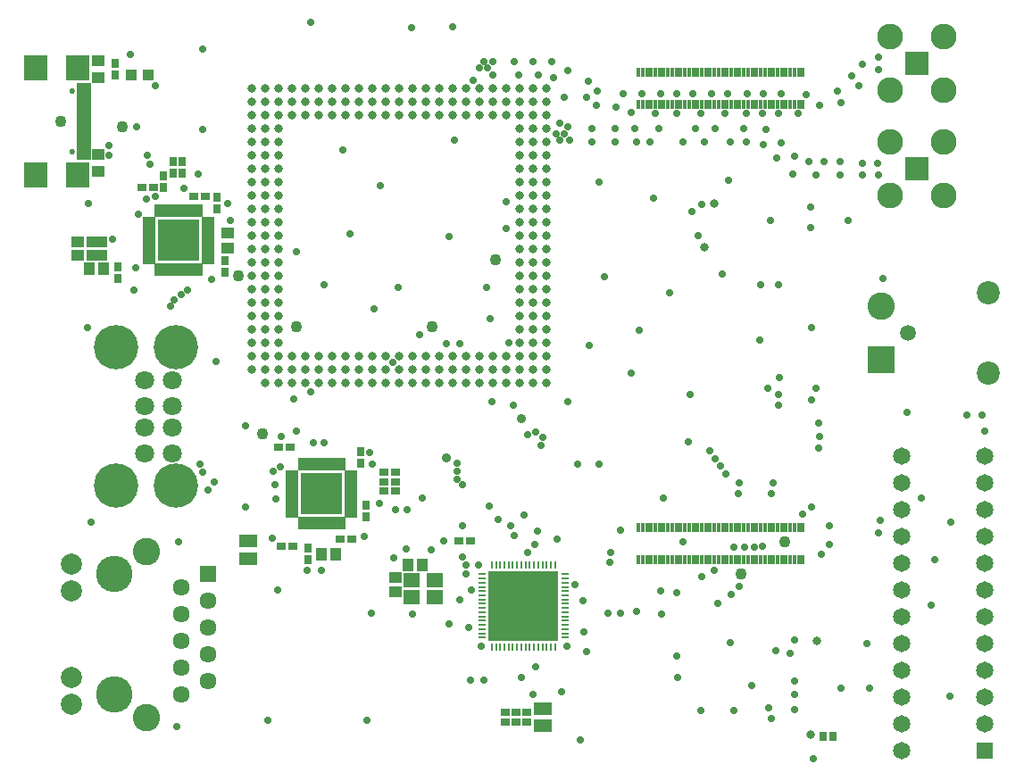
<source format=gbr>
%TF.GenerationSoftware,Altium Limited,Altium Designer,23.8.1 (32)*%
G04 Layer_Color=8388736*
%FSLAX45Y45*%
%MOMM*%
%TF.SameCoordinates,47205040-CD91-4698-B5C6-F5A5CD4DDF21*%
%TF.FilePolarity,Negative*%
%TF.FileFunction,Soldermask,Top*%
%TF.Part,Single*%
G01*
G75*
%TA.AperFunction,SMDPad,CuDef*%
%ADD30R,6.60400X6.60400*%
%ADD31R,0.76200X0.20320*%
%ADD32R,0.20320X0.76200*%
%ADD98R,0.40640X0.91440*%
%TA.AperFunction,BGAPad,CuDef*%
%ADD99C,0.80320*%
%TA.AperFunction,SMDPad,CuDef*%
%ADD100R,0.76320X0.82320*%
%ADD101R,0.82320X0.76320*%
%ADD102R,1.67320X1.19320*%
%ADD103R,0.95320X0.80320*%
%TA.AperFunction,ConnectorPad*%
%ADD104R,1.35320X0.50320*%
%ADD105R,2.20320X2.38320*%
%TA.AperFunction,SMDPad,CuDef*%
%ADD106R,1.15320X1.05320*%
%ADD107R,0.80320X0.95320*%
%ADD108R,1.00320X1.00320*%
%ADD109R,4.00320X4.00320*%
%ADD110R,1.30320X0.50320*%
%ADD111R,0.50320X1.30320*%
%ADD112R,1.22320X1.07320*%
%ADD113R,1.00320X1.14320*%
%ADD114R,0.98320X1.08320*%
%ADD115R,1.14320X1.00320*%
%ADD116R,4.00320X4.00320*%
%ADD117R,1.07320X1.22320*%
%ADD118R,1.60320X1.35320*%
%TA.AperFunction,ComponentPad*%
%ADD119C,2.45320*%
%ADD120R,2.30320X2.30320*%
%ADD121R,1.64920X1.64920*%
%ADD122C,1.64920*%
%ADD123C,2.19820*%
%ADD124C,1.49820*%
%ADD125C,2.60320*%
%ADD126R,2.60320X2.60320*%
%ADD127C,4.20320*%
%ADD128C,1.80320*%
%ADD129C,0.52820*%
%ADD130R,1.61120X1.61120*%
%ADD131C,3.45320*%
%ADD132C,1.61120*%
%ADD133C,2.00320*%
%TA.AperFunction,ViaPad*%
%ADD134C,0.70320*%
%ADD135C,1.10320*%
%ADD136C,0.80320*%
%ADD137C,0.90320*%
D30*
X7310400Y4204970D02*
D03*
D31*
X6917970Y3904970D02*
D03*
Y3944970D02*
D03*
Y3984970D02*
D03*
Y4024970D02*
D03*
Y4064970D02*
D03*
Y4104970D02*
D03*
Y4144970D02*
D03*
Y4184970D02*
D03*
Y4224970D02*
D03*
Y4264970D02*
D03*
Y4304970D02*
D03*
Y4344970D02*
D03*
Y4384970D02*
D03*
Y4424970D02*
D03*
Y4464970D02*
D03*
Y4504970D02*
D03*
X7702830D02*
D03*
Y4464970D02*
D03*
Y4424970D02*
D03*
Y4384970D02*
D03*
Y4344970D02*
D03*
Y4304970D02*
D03*
Y4264970D02*
D03*
Y4224970D02*
D03*
Y4184970D02*
D03*
Y4144970D02*
D03*
Y4104970D02*
D03*
Y4064970D02*
D03*
Y4024970D02*
D03*
Y3984970D02*
D03*
Y3944970D02*
D03*
Y3904970D02*
D03*
D32*
X7010400Y4597400D02*
D03*
X7050400D02*
D03*
X7090400D02*
D03*
X7130400D02*
D03*
X7170400D02*
D03*
X7210400D02*
D03*
X7250400D02*
D03*
X7290400D02*
D03*
X7330400D02*
D03*
X7370400D02*
D03*
X7410400D02*
D03*
X7450400D02*
D03*
X7490400D02*
D03*
X7530400D02*
D03*
X7570400D02*
D03*
X7610400D02*
D03*
Y3812540D02*
D03*
X7570400D02*
D03*
X7530400D02*
D03*
X7490400D02*
D03*
X7450400D02*
D03*
X7410400D02*
D03*
X7370400D02*
D03*
X7330400D02*
D03*
X7290400D02*
D03*
X7250400D02*
D03*
X7210400D02*
D03*
X7170400D02*
D03*
X7130400D02*
D03*
X7090400D02*
D03*
X7050400D02*
D03*
X7010400D02*
D03*
D98*
X9961100Y8960400D02*
D03*
Y9268400D02*
D03*
X9921100Y8960400D02*
D03*
Y9268400D02*
D03*
X9881100Y8960400D02*
D03*
Y9268400D02*
D03*
X9841100Y8960400D02*
D03*
Y9268400D02*
D03*
X9801100Y8960400D02*
D03*
Y9268400D02*
D03*
X9761100Y8960400D02*
D03*
Y9268400D02*
D03*
X9721100Y8960400D02*
D03*
Y9268400D02*
D03*
X9681100Y8960400D02*
D03*
Y9268400D02*
D03*
X9641100Y8960400D02*
D03*
Y9268400D02*
D03*
X9601100Y8960400D02*
D03*
Y9268400D02*
D03*
X9561100Y8960400D02*
D03*
Y9268400D02*
D03*
X9521100Y8960400D02*
D03*
Y9268400D02*
D03*
X9481100Y8960400D02*
D03*
Y9268400D02*
D03*
X9441100Y8960400D02*
D03*
Y9268400D02*
D03*
X9401100Y8960400D02*
D03*
Y9268400D02*
D03*
X9361100Y8960400D02*
D03*
Y9268400D02*
D03*
X9321100Y8960400D02*
D03*
Y9268400D02*
D03*
X9281100Y8960400D02*
D03*
Y9268400D02*
D03*
X9241100Y8960400D02*
D03*
Y9268400D02*
D03*
X9201100Y8960400D02*
D03*
Y9268400D02*
D03*
X9161100Y8960400D02*
D03*
Y9268400D02*
D03*
X9121100Y8960400D02*
D03*
Y9268400D02*
D03*
X9081100Y8960400D02*
D03*
Y9268400D02*
D03*
X9041100Y8960400D02*
D03*
Y9268400D02*
D03*
X9001100Y8960400D02*
D03*
Y9268400D02*
D03*
X8961100Y8960400D02*
D03*
Y9268400D02*
D03*
X8921100Y8960400D02*
D03*
Y9268400D02*
D03*
X8881100Y8960400D02*
D03*
Y9268400D02*
D03*
X8841100Y8960400D02*
D03*
Y9268400D02*
D03*
X8801100Y8960400D02*
D03*
Y9268400D02*
D03*
X8761100Y8960400D02*
D03*
Y9268400D02*
D03*
X8721100Y8960400D02*
D03*
Y9268400D02*
D03*
X8681100Y8960400D02*
D03*
Y9268400D02*
D03*
X8641100Y8960400D02*
D03*
Y9268400D02*
D03*
X8601100Y8960400D02*
D03*
Y9268400D02*
D03*
X8561100Y8960400D02*
D03*
Y9268400D02*
D03*
X8521100Y8960400D02*
D03*
Y9268400D02*
D03*
X8481100Y8960400D02*
D03*
Y9268400D02*
D03*
X8441100Y8960400D02*
D03*
Y9268400D02*
D03*
X8401100Y8960400D02*
D03*
Y9268400D02*
D03*
X9961100Y4642400D02*
D03*
Y4950400D02*
D03*
X9921100Y4642400D02*
D03*
Y4950400D02*
D03*
X9881100Y4642400D02*
D03*
Y4950400D02*
D03*
X9841100Y4642400D02*
D03*
Y4950400D02*
D03*
X9801100Y4642400D02*
D03*
Y4950400D02*
D03*
X9761100Y4642400D02*
D03*
Y4950400D02*
D03*
X9721100Y4642400D02*
D03*
Y4950400D02*
D03*
X9681100Y4642400D02*
D03*
Y4950400D02*
D03*
X9641100Y4642400D02*
D03*
Y4950400D02*
D03*
X9601100Y4642400D02*
D03*
Y4950400D02*
D03*
X9561100Y4642400D02*
D03*
Y4950400D02*
D03*
X9521100Y4642400D02*
D03*
Y4950400D02*
D03*
X9481100Y4642400D02*
D03*
Y4950400D02*
D03*
X9441100Y4642400D02*
D03*
Y4950400D02*
D03*
X9401100Y4642400D02*
D03*
Y4950400D02*
D03*
X9361100Y4642400D02*
D03*
Y4950400D02*
D03*
X9321100Y4642400D02*
D03*
Y4950400D02*
D03*
X9281100Y4642400D02*
D03*
Y4950400D02*
D03*
X9241100Y4642400D02*
D03*
Y4950400D02*
D03*
X9201100Y4642400D02*
D03*
Y4950400D02*
D03*
X9161100Y4642400D02*
D03*
Y4950400D02*
D03*
X9121100Y4642400D02*
D03*
Y4950400D02*
D03*
X9081100Y4642400D02*
D03*
Y4950400D02*
D03*
X9041100Y4642400D02*
D03*
Y4950400D02*
D03*
X9001100Y4642400D02*
D03*
Y4950400D02*
D03*
X8961100Y4642400D02*
D03*
Y4950400D02*
D03*
X8921100Y4642400D02*
D03*
Y4950400D02*
D03*
X8881100Y4642400D02*
D03*
Y4950400D02*
D03*
X8841100Y4642400D02*
D03*
Y4950400D02*
D03*
X8801100Y4642400D02*
D03*
Y4950400D02*
D03*
X8761100Y4642400D02*
D03*
Y4950400D02*
D03*
X8721100Y4642400D02*
D03*
Y4950400D02*
D03*
X8681100Y4642400D02*
D03*
Y4950400D02*
D03*
X8641100Y4642400D02*
D03*
Y4950400D02*
D03*
X8601100Y4642400D02*
D03*
Y4950400D02*
D03*
X8561100Y4642400D02*
D03*
Y4950400D02*
D03*
X8521100Y4642400D02*
D03*
Y4950400D02*
D03*
X8481100Y4642400D02*
D03*
Y4950400D02*
D03*
X8441100Y4642400D02*
D03*
Y4950400D02*
D03*
X8401100Y4642400D02*
D03*
Y4950400D02*
D03*
D99*
X7531100Y9118600D02*
D03*
Y8991600D02*
D03*
Y8864600D02*
D03*
Y8737600D02*
D03*
Y8610600D02*
D03*
Y8483600D02*
D03*
Y8356600D02*
D03*
Y8229600D02*
D03*
Y8102600D02*
D03*
Y7975600D02*
D03*
Y7848600D02*
D03*
Y7721600D02*
D03*
Y7594600D02*
D03*
Y7467600D02*
D03*
Y7340600D02*
D03*
Y7213600D02*
D03*
Y7086600D02*
D03*
Y6959600D02*
D03*
Y6832600D02*
D03*
Y6705600D02*
D03*
Y6578600D02*
D03*
Y6451600D02*
D03*
Y6324600D02*
D03*
X7404100Y9118600D02*
D03*
Y8991600D02*
D03*
Y8864600D02*
D03*
Y8737600D02*
D03*
Y8610600D02*
D03*
Y8483600D02*
D03*
Y8356600D02*
D03*
Y8229600D02*
D03*
Y8102600D02*
D03*
Y7975600D02*
D03*
Y7848600D02*
D03*
Y7721600D02*
D03*
Y7594600D02*
D03*
Y7467600D02*
D03*
Y7340600D02*
D03*
Y7213600D02*
D03*
Y7086600D02*
D03*
Y6959600D02*
D03*
Y6832600D02*
D03*
Y6705600D02*
D03*
Y6578600D02*
D03*
Y6451600D02*
D03*
Y6324600D02*
D03*
X7277100Y9118600D02*
D03*
Y8991600D02*
D03*
Y8864600D02*
D03*
Y8737600D02*
D03*
Y8610600D02*
D03*
Y8483600D02*
D03*
Y8356600D02*
D03*
Y8229600D02*
D03*
Y8102600D02*
D03*
Y7975600D02*
D03*
Y7848600D02*
D03*
Y7721600D02*
D03*
Y7594600D02*
D03*
Y7467600D02*
D03*
Y7340600D02*
D03*
Y7213600D02*
D03*
Y7086600D02*
D03*
Y6959600D02*
D03*
Y6832600D02*
D03*
Y6705600D02*
D03*
Y6578600D02*
D03*
Y6451600D02*
D03*
Y6324600D02*
D03*
X7150100Y9118600D02*
D03*
Y8991600D02*
D03*
Y8864600D02*
D03*
Y6578600D02*
D03*
Y6451600D02*
D03*
Y6324600D02*
D03*
X7023100Y9118600D02*
D03*
Y8991600D02*
D03*
Y8864600D02*
D03*
Y6578600D02*
D03*
Y6451600D02*
D03*
Y6324600D02*
D03*
X6896100Y9118600D02*
D03*
Y8991600D02*
D03*
Y8864600D02*
D03*
Y6578600D02*
D03*
Y6451600D02*
D03*
Y6324600D02*
D03*
X6769100Y9118600D02*
D03*
Y8991600D02*
D03*
Y8864600D02*
D03*
Y6578600D02*
D03*
Y6451600D02*
D03*
Y6324600D02*
D03*
X6642100Y9118600D02*
D03*
Y8991600D02*
D03*
Y8864600D02*
D03*
Y6578600D02*
D03*
Y6451600D02*
D03*
Y6324600D02*
D03*
X6515100Y9118600D02*
D03*
Y8991600D02*
D03*
Y8864600D02*
D03*
Y6578600D02*
D03*
Y6451600D02*
D03*
Y6324600D02*
D03*
X6388100Y9118600D02*
D03*
Y8991600D02*
D03*
Y8864600D02*
D03*
Y6578600D02*
D03*
Y6451600D02*
D03*
Y6324600D02*
D03*
X6261100Y9118600D02*
D03*
Y8991600D02*
D03*
Y8864600D02*
D03*
Y6578600D02*
D03*
Y6451600D02*
D03*
Y6324600D02*
D03*
X6134100Y9118600D02*
D03*
Y8991600D02*
D03*
Y8864600D02*
D03*
Y6578600D02*
D03*
Y6451600D02*
D03*
Y6324600D02*
D03*
X6007100Y9118600D02*
D03*
Y8991600D02*
D03*
Y8864600D02*
D03*
Y6578600D02*
D03*
Y6451600D02*
D03*
Y6324600D02*
D03*
X5880100Y9118600D02*
D03*
Y8991600D02*
D03*
Y8864600D02*
D03*
Y6578600D02*
D03*
Y6451600D02*
D03*
Y6324600D02*
D03*
X5753100Y9118600D02*
D03*
Y8991600D02*
D03*
Y8864600D02*
D03*
Y6578600D02*
D03*
Y6451600D02*
D03*
Y6324600D02*
D03*
X5626100Y9118600D02*
D03*
Y8991600D02*
D03*
Y8864600D02*
D03*
Y6578600D02*
D03*
Y6451600D02*
D03*
Y6324600D02*
D03*
X5499100Y9118600D02*
D03*
Y8991600D02*
D03*
Y8864600D02*
D03*
Y6578600D02*
D03*
Y6451600D02*
D03*
Y6324600D02*
D03*
X5372100Y9118600D02*
D03*
Y8991600D02*
D03*
Y8864600D02*
D03*
Y6578600D02*
D03*
Y6451600D02*
D03*
Y6324600D02*
D03*
X5245100Y9118600D02*
D03*
Y8991600D02*
D03*
Y8864600D02*
D03*
Y6578600D02*
D03*
Y6451600D02*
D03*
Y6324600D02*
D03*
X5118100Y9118600D02*
D03*
Y8991600D02*
D03*
Y8864600D02*
D03*
Y6578600D02*
D03*
Y6451600D02*
D03*
Y6324600D02*
D03*
X4991100Y9118600D02*
D03*
Y8991600D02*
D03*
Y8864600D02*
D03*
Y8737600D02*
D03*
Y8610600D02*
D03*
Y8483600D02*
D03*
Y8356600D02*
D03*
Y8229600D02*
D03*
Y8102600D02*
D03*
Y7975600D02*
D03*
Y7848600D02*
D03*
Y7721600D02*
D03*
Y7594600D02*
D03*
Y7467600D02*
D03*
Y7340600D02*
D03*
Y7213600D02*
D03*
Y7086600D02*
D03*
Y6959600D02*
D03*
Y6832600D02*
D03*
Y6705600D02*
D03*
Y6578600D02*
D03*
Y6451600D02*
D03*
Y6324600D02*
D03*
X4864100Y9118600D02*
D03*
Y8991600D02*
D03*
Y8864600D02*
D03*
Y8737600D02*
D03*
Y8610600D02*
D03*
Y8483600D02*
D03*
Y8356600D02*
D03*
Y8229600D02*
D03*
Y8102600D02*
D03*
Y7975600D02*
D03*
Y7848600D02*
D03*
Y7721600D02*
D03*
Y7594600D02*
D03*
Y7467600D02*
D03*
Y7340600D02*
D03*
Y7213600D02*
D03*
Y7086600D02*
D03*
Y6959600D02*
D03*
Y6832600D02*
D03*
Y6705600D02*
D03*
Y6578600D02*
D03*
Y6451600D02*
D03*
Y6324600D02*
D03*
X4737100Y9118600D02*
D03*
Y8991600D02*
D03*
Y8864600D02*
D03*
Y8737600D02*
D03*
Y8610600D02*
D03*
Y8483600D02*
D03*
Y8356600D02*
D03*
Y8229600D02*
D03*
Y8102600D02*
D03*
Y7975600D02*
D03*
Y7848600D02*
D03*
Y7721600D02*
D03*
Y7594600D02*
D03*
Y7467600D02*
D03*
Y7340600D02*
D03*
Y7213600D02*
D03*
Y7086600D02*
D03*
Y6959600D02*
D03*
Y6832600D02*
D03*
Y6705600D02*
D03*
Y6578600D02*
D03*
Y6451600D02*
D03*
D100*
X10246100Y2971800D02*
D03*
X10150100D02*
D03*
D101*
X7137400Y3101600D02*
D03*
Y3197600D02*
D03*
X7239000Y3101600D02*
D03*
Y3197600D02*
D03*
X7340600Y3101600D02*
D03*
Y3197600D02*
D03*
D102*
X7493000Y3067600D02*
D03*
Y3231600D02*
D03*
X4699000Y4819100D02*
D03*
Y4655100D02*
D03*
D103*
X5012300Y4775200D02*
D03*
X5122300D02*
D03*
X6100200Y5295900D02*
D03*
X5990200D02*
D03*
X4186800Y8089900D02*
D03*
X4296800D02*
D03*
X3801500Y8178800D02*
D03*
X3691500D02*
D03*
X5990200Y5473700D02*
D03*
X6100200D02*
D03*
X5681100Y4838700D02*
D03*
X5571100D02*
D03*
X4986900Y5715000D02*
D03*
X5096900D02*
D03*
X6100200Y5384800D02*
D03*
X5990200D02*
D03*
X6811400Y4826000D02*
D03*
X6701400D02*
D03*
D104*
X3138600Y9136100D02*
D03*
Y9056100D02*
D03*
Y8926100D02*
D03*
Y8826100D02*
D03*
Y8776100D02*
D03*
Y8676100D02*
D03*
Y8546100D02*
D03*
Y8466100D02*
D03*
Y8496100D02*
D03*
Y8576100D02*
D03*
Y8626100D02*
D03*
Y8726100D02*
D03*
Y8876100D02*
D03*
Y8976100D02*
D03*
Y9026100D02*
D03*
Y9106100D02*
D03*
D105*
X2688100Y9312100D02*
D03*
Y8290100D02*
D03*
X3081100Y9312100D02*
D03*
Y8290100D02*
D03*
D106*
X3276600Y9216400D02*
D03*
Y9376400D02*
D03*
Y8487400D02*
D03*
Y8327400D02*
D03*
D107*
X3441700Y9351400D02*
D03*
Y9241400D02*
D03*
X3898900Y8174600D02*
D03*
Y8284600D02*
D03*
X4076700Y8314300D02*
D03*
Y8424300D02*
D03*
X4483100Y7374500D02*
D03*
Y7484500D02*
D03*
X4406900Y8081400D02*
D03*
Y7971400D02*
D03*
X3467100Y7311000D02*
D03*
Y7421000D02*
D03*
X3987800Y8424300D02*
D03*
Y8314300D02*
D03*
X5816600Y5050400D02*
D03*
Y5160400D02*
D03*
X5270500Y4644000D02*
D03*
Y4754000D02*
D03*
X5765800Y5668400D02*
D03*
Y5558400D02*
D03*
D108*
X3750300Y9245600D02*
D03*
X3590300D02*
D03*
D109*
X4039200Y7671600D02*
D03*
D110*
X3759200Y7471600D02*
D03*
Y7521600D02*
D03*
Y7571600D02*
D03*
Y7621600D02*
D03*
Y7671600D02*
D03*
Y7721600D02*
D03*
Y7771600D02*
D03*
Y7821600D02*
D03*
Y7871600D02*
D03*
X4319200D02*
D03*
Y7821600D02*
D03*
Y7771600D02*
D03*
Y7721600D02*
D03*
Y7671600D02*
D03*
Y7621600D02*
D03*
Y7571600D02*
D03*
Y7521600D02*
D03*
Y7471600D02*
D03*
X5678100Y5467300D02*
D03*
Y5417300D02*
D03*
Y5367300D02*
D03*
Y5317300D02*
D03*
Y5267300D02*
D03*
Y5217300D02*
D03*
Y5167300D02*
D03*
Y5117300D02*
D03*
Y5067300D02*
D03*
X5118100D02*
D03*
Y5117300D02*
D03*
Y5167300D02*
D03*
Y5217300D02*
D03*
Y5267300D02*
D03*
Y5317300D02*
D03*
Y5367300D02*
D03*
Y5417300D02*
D03*
Y5467300D02*
D03*
D111*
X3839200Y7951600D02*
D03*
X3889200D02*
D03*
X3939200D02*
D03*
X3989200D02*
D03*
X4039200D02*
D03*
X4089200D02*
D03*
X4139200D02*
D03*
X4189200D02*
D03*
X4239200D02*
D03*
Y7391600D02*
D03*
X4189200D02*
D03*
X4139200D02*
D03*
X4089200D02*
D03*
X4039200D02*
D03*
X3989200D02*
D03*
X3939200D02*
D03*
X3889200D02*
D03*
X3839200D02*
D03*
X5198100Y5547300D02*
D03*
X5248100D02*
D03*
X5298100D02*
D03*
X5348100D02*
D03*
X5398100D02*
D03*
X5448100D02*
D03*
X5498100D02*
D03*
X5548100D02*
D03*
X5598100D02*
D03*
Y4987300D02*
D03*
X5548100D02*
D03*
X5498100D02*
D03*
X5448100D02*
D03*
X5398100D02*
D03*
X5348100D02*
D03*
X5298100D02*
D03*
X5248100D02*
D03*
X5198100D02*
D03*
D112*
X4508500Y7602800D02*
D03*
Y7738800D02*
D03*
D113*
X3196900Y7404100D02*
D03*
X3330900D02*
D03*
X6353500Y4597400D02*
D03*
X6219500D02*
D03*
D114*
X3214900Y7530600D02*
D03*
Y7658600D02*
D03*
X3312900D02*
D03*
Y7530600D02*
D03*
D115*
X3086100Y7527600D02*
D03*
Y7661600D02*
D03*
X6096000Y4339900D02*
D03*
Y4473900D02*
D03*
D116*
X5398100Y5267300D02*
D03*
D117*
X5393000Y4699000D02*
D03*
X5529000D02*
D03*
D118*
X6252700Y4448800D02*
D03*
X6472700D02*
D03*
Y4288800D02*
D03*
X6252700D02*
D03*
D119*
X10786000Y9096000D02*
D03*
Y9604000D02*
D03*
X11294000D02*
D03*
Y9096000D02*
D03*
X10786000Y8096000D02*
D03*
Y8604000D02*
D03*
X11294000D02*
D03*
Y8096000D02*
D03*
D120*
X11040000Y9350000D02*
D03*
Y8350000D02*
D03*
D121*
X11684000Y2832100D02*
D03*
D122*
Y3086100D02*
D03*
Y3340100D02*
D03*
Y3594100D02*
D03*
Y3848100D02*
D03*
Y4102100D02*
D03*
Y4356100D02*
D03*
Y4610100D02*
D03*
Y4864100D02*
D03*
Y5118100D02*
D03*
Y5372100D02*
D03*
Y5626100D02*
D03*
X10897000D02*
D03*
Y5372100D02*
D03*
Y5118100D02*
D03*
Y4864100D02*
D03*
Y4610100D02*
D03*
Y4356100D02*
D03*
Y4102100D02*
D03*
Y3848100D02*
D03*
Y3594100D02*
D03*
Y3340100D02*
D03*
Y3086100D02*
D03*
Y2832100D02*
D03*
D123*
X11722100Y6413500D02*
D03*
Y7175500D02*
D03*
D124*
X10960100Y6794500D02*
D03*
D125*
X10706100Y7048500D02*
D03*
X3736000Y4722500D02*
D03*
Y3148500D02*
D03*
D126*
X10706100Y6540500D02*
D03*
D127*
X3450000Y5343000D02*
D03*
X4018000D02*
D03*
X3450000Y6657000D02*
D03*
X4018000D02*
D03*
D128*
X3983000Y6350000D02*
D03*
Y6100000D02*
D03*
Y5900000D02*
D03*
Y5650000D02*
D03*
X3721000Y6350000D02*
D03*
Y6100000D02*
D03*
Y5900000D02*
D03*
Y5650000D02*
D03*
D129*
X3031100Y9090100D02*
D03*
Y8512100D02*
D03*
D130*
X4320000Y4508500D02*
D03*
D131*
X3431000D02*
D03*
Y3365500D02*
D03*
D132*
X4066000Y4381500D02*
D03*
X4320000Y4254500D02*
D03*
X4066000Y4127500D02*
D03*
X4320000Y4000500D02*
D03*
X4066000Y3873500D02*
D03*
X4320000Y3746500D02*
D03*
X4066000Y3619500D02*
D03*
X4320000Y3492500D02*
D03*
X4066000Y3365500D02*
D03*
D133*
X3025000Y4601500D02*
D03*
Y4346500D02*
D03*
Y3526500D02*
D03*
Y3271500D02*
D03*
D134*
X9563100Y7251700D02*
D03*
X9728200D02*
D03*
X8763000Y4330700D02*
D03*
X7035800Y3937000D02*
D03*
X7315200D02*
D03*
X7226300D02*
D03*
X7124700Y4025900D02*
D03*
X7226300D02*
D03*
X7035800Y4114800D02*
D03*
Y4381500D02*
D03*
X7569200D02*
D03*
X7581900Y4114800D02*
D03*
Y4025900D02*
D03*
X7493000D02*
D03*
X7404100D02*
D03*
X7315200D02*
D03*
X7658100Y8623300D02*
D03*
X7734300Y8750300D02*
D03*
X6896100Y9309100D02*
D03*
X6832600Y9194800D02*
D03*
X7937500Y6680200D02*
D03*
X7734300Y6146800D02*
D03*
X7010400D02*
D03*
X6324600Y6781800D02*
D03*
X5892800Y7023100D02*
D03*
X6997700Y6934200D02*
D03*
X6959600Y7226300D02*
D03*
X6121400D02*
D03*
X6604000Y7708900D02*
D03*
X5664200Y7734300D02*
D03*
X5956300Y8191500D02*
D03*
X6654800Y8623300D02*
D03*
X5600700Y8534400D02*
D03*
X6642100Y9702800D02*
D03*
X6248400Y9690100D02*
D03*
X5295900Y9740900D02*
D03*
X4267200Y9486900D02*
D03*
X3581400Y9436100D02*
D03*
X3644900Y8750300D02*
D03*
X3187700Y8026400D02*
D03*
X4267200Y8724900D02*
D03*
X4229100Y8305800D02*
D03*
X5422900Y7251700D02*
D03*
X5156200Y7569200D02*
D03*
X3619500Y7200900D02*
D03*
X3175000Y6845300D02*
D03*
X5016500Y5816600D02*
D03*
X4394200Y6527800D02*
D03*
X4673600Y5918200D02*
D03*
X3213100Y5003800D02*
D03*
X4038600Y4813300D02*
D03*
X4025900Y3060700D02*
D03*
X4673600Y5143500D02*
D03*
X6350000Y5232400D02*
D03*
X4978400Y4356100D02*
D03*
X5867400Y4140200D02*
D03*
X6807200Y3505200D02*
D03*
X7404100Y3365500D02*
D03*
X7912100Y3771900D02*
D03*
X7823200Y5549900D02*
D03*
X8026400D02*
D03*
X8877300Y5765800D02*
D03*
X8636000Y5232400D02*
D03*
X8826500Y4813300D02*
D03*
X9271000Y3860800D02*
D03*
X9474200Y3454400D02*
D03*
X9702800Y3784600D02*
D03*
X10058400Y2755900D02*
D03*
X11353800Y3352800D02*
D03*
X10591800Y3429000D02*
D03*
X11176000Y4216400D02*
D03*
X11214100Y4648200D02*
D03*
X10210800Y4965700D02*
D03*
X10109200Y5702300D02*
D03*
X11087100Y5232400D02*
D03*
X11684000Y5867400D02*
D03*
X10947400Y6045200D02*
D03*
X10718800Y7315200D02*
D03*
X10388600Y7861300D02*
D03*
X10045700Y6845300D02*
D03*
X9550400Y6731000D02*
D03*
X8890000Y6210300D02*
D03*
X8331200Y6413500D02*
D03*
X8407400Y6819900D02*
D03*
X9194800Y7353300D02*
D03*
X9652000Y7861300D02*
D03*
X9258300Y8242300D02*
D03*
X8077200Y7327900D02*
D03*
X8026400Y8229600D02*
D03*
X9994900Y9055100D02*
D03*
X10528300Y8293100D02*
D03*
X10680700D02*
D03*
X10668000Y8407400D02*
D03*
X10528300D02*
D03*
X10312400Y8420100D02*
D03*
Y8293100D02*
D03*
X10160000Y8420100D02*
D03*
X10083800Y8293100D02*
D03*
X9867900Y8305800D02*
D03*
X9715500Y8458200D02*
D03*
X10020300Y8420100D02*
D03*
X9880600Y8470900D02*
D03*
X9753600Y8597900D02*
D03*
X9613900Y8724900D02*
D03*
X9588500Y8585200D02*
D03*
X9423400Y8610600D02*
D03*
X9398000Y8737600D02*
D03*
X9131300D02*
D03*
X9271000Y8610600D02*
D03*
X9029700D02*
D03*
X8826500D02*
D03*
X8940800Y8737600D02*
D03*
X8597900D02*
D03*
X8509000Y8610600D02*
D03*
X8382000D02*
D03*
X8178800D02*
D03*
X8369300Y8737600D02*
D03*
X8178800D02*
D03*
X7962900D02*
D03*
Y8610600D02*
D03*
X7747000Y8623300D02*
D03*
X7620000Y8686800D02*
D03*
X7658100Y8788400D02*
D03*
X7696200Y9029700D02*
D03*
X7912100D02*
D03*
X8001000Y8953500D02*
D03*
X8191500Y8940800D02*
D03*
X8331200Y8890000D02*
D03*
X8559800Y8877300D02*
D03*
X8763000D02*
D03*
X8991600D02*
D03*
X9220200D02*
D03*
X9423400D02*
D03*
X9575800D02*
D03*
X9728200D02*
D03*
X9918700D02*
D03*
X10121900Y8953500D02*
D03*
X10325100Y8978900D02*
D03*
X10490200Y9144000D02*
D03*
X10680700Y9296400D02*
D03*
Y9410700D02*
D03*
X10528300Y9347200D02*
D03*
X10426700Y9232900D02*
D03*
X10287000Y9093200D02*
D03*
X9753600Y9067800D02*
D03*
X9588500D02*
D03*
X9436100D02*
D03*
X9245600D02*
D03*
X9093200D02*
D03*
X8915400D02*
D03*
X8763000D02*
D03*
X8610600D02*
D03*
X8432800D02*
D03*
X8255000D02*
D03*
X8013700Y9093200D02*
D03*
X7924800Y9182100D02*
D03*
X7734300Y9283700D02*
D03*
X7594600Y9220200D02*
D03*
X7454900Y9245600D02*
D03*
X7264400D02*
D03*
X7023100D02*
D03*
X7581900Y9372600D02*
D03*
X7404100D02*
D03*
X7226300D02*
D03*
X7023100D02*
D03*
X6934200D02*
D03*
X4889500Y3124200D02*
D03*
X5829300D02*
D03*
X7848600Y2933700D02*
D03*
X8991600Y3213100D02*
D03*
X7670800Y3390900D02*
D03*
X8775700Y3530600D02*
D03*
X8763000Y3733800D02*
D03*
X7188200Y4965700D02*
D03*
X6769100Y4597400D02*
D03*
X9309100Y4762500D02*
D03*
X7124700Y4114800D02*
D03*
X7226300D02*
D03*
X7493000D02*
D03*
X7404100D02*
D03*
X7315200D02*
D03*
X7124700Y4381500D02*
D03*
X7480300D02*
D03*
X7391400D02*
D03*
X7213600D02*
D03*
X7302500D02*
D03*
X7480300Y5727700D02*
D03*
X7353300Y5829300D02*
D03*
X6731000Y5359400D02*
D03*
X6680200Y5562600D02*
D03*
X5003800Y5524500D02*
D03*
X4965700Y5219700D02*
D03*
X4241800Y5549900D02*
D03*
X4318000Y5308600D02*
D03*
X9575800Y4775200D02*
D03*
X3962400Y7048500D02*
D03*
X4127500Y7200900D02*
D03*
X3378200Y8572500D02*
D03*
X3771900Y8394700D02*
D03*
X3378200Y8483600D02*
D03*
X3746500D02*
D03*
X5473700Y5118100D02*
D03*
X5549900D02*
D03*
Y5194300D02*
D03*
X5473700D02*
D03*
X5397500D02*
D03*
Y5118100D02*
D03*
X5321300D02*
D03*
Y5194300D02*
D03*
X5245100Y5118100D02*
D03*
Y5194300D02*
D03*
X5321300Y5346700D02*
D03*
X5397500D02*
D03*
X5473700D02*
D03*
X5549900D02*
D03*
Y5422900D02*
D03*
X5473700D02*
D03*
X5397500D02*
D03*
X5321300D02*
D03*
X5245100D02*
D03*
Y5346700D02*
D03*
Y5270500D02*
D03*
X5321300D02*
D03*
X5549900D02*
D03*
X5473700D02*
D03*
X4191000Y7747000D02*
D03*
Y7823200D02*
D03*
X4114800D02*
D03*
Y7747000D02*
D03*
X4191000Y7518400D02*
D03*
Y7594600D02*
D03*
X4114800Y7518400D02*
D03*
Y7594600D02*
D03*
X3886200Y7518400D02*
D03*
X3962400D02*
D03*
Y7594600D02*
D03*
X3886200D02*
D03*
Y7823200D02*
D03*
Y7747000D02*
D03*
Y7670800D02*
D03*
X3962400Y7747000D02*
D03*
Y7823200D02*
D03*
X4038600D02*
D03*
Y7747000D02*
D03*
Y7518400D02*
D03*
Y7594600D02*
D03*
X3962400Y7670800D02*
D03*
X4191000D02*
D03*
X4114800D02*
D03*
X6604000Y4038600D02*
D03*
X5422900Y5753100D02*
D03*
X6261100Y4127500D02*
D03*
X7150100Y7785100D02*
D03*
Y8039100D02*
D03*
X9309100Y3213100D02*
D03*
X8623300Y4127500D02*
D03*
X8140700Y4711700D02*
D03*
X7353300D02*
D03*
X7416800Y4787900D02*
D03*
X4508500Y8026400D02*
D03*
X3822700Y8089900D02*
D03*
X5257800Y4546600D02*
D03*
X5398100Y5267300D02*
D03*
X4039200Y7671600D02*
D03*
X9639300Y3238500D02*
D03*
X9664700Y3136900D02*
D03*
X10325100Y3429000D02*
D03*
X9880600Y3225800D02*
D03*
Y3365500D02*
D03*
Y3492500D02*
D03*
X10210800Y4787900D02*
D03*
X9842500Y3759200D02*
D03*
X9880600Y3886200D02*
D03*
X5854700Y5664200D02*
D03*
X4940300Y5486400D02*
D03*
X4953000Y5359400D02*
D03*
X6438900Y4737100D02*
D03*
X5397500Y4546600D02*
D03*
X6197600Y4749800D02*
D03*
X6083300Y4660900D02*
D03*
X6731000Y4965700D02*
D03*
X6553200Y4826000D02*
D03*
X7073900Y5029200D02*
D03*
X6985000Y5156200D02*
D03*
X8699500Y7175500D02*
D03*
X8547100Y8077200D02*
D03*
X8910300Y7945100D02*
D03*
X8966200Y7721600D02*
D03*
X9004300Y8013700D02*
D03*
X11658600Y6019800D02*
D03*
X11518900D02*
D03*
X10033000Y7797800D02*
D03*
Y7988300D02*
D03*
X11366500Y5003800D02*
D03*
X10680700Y4902200D02*
D03*
X10693400Y5016500D02*
D03*
X10134600Y4699000D02*
D03*
X8613908Y4346708D02*
D03*
X9004300Y4483100D02*
D03*
X9118600Y4546600D02*
D03*
X9156700Y4229100D02*
D03*
X10109200Y5943600D02*
D03*
X10121900Y5816600D02*
D03*
X10083800Y6273800D02*
D03*
X10045700Y6159500D02*
D03*
X9728200Y6210300D02*
D03*
X9740900Y6375400D02*
D03*
X9626600Y6273800D02*
D03*
X9728200Y6108700D02*
D03*
X9080500Y5676900D02*
D03*
X9131300Y5600700D02*
D03*
X9182100Y5537200D02*
D03*
X9232900Y5461000D02*
D03*
X10045700Y5143500D02*
D03*
X9956800Y5080000D02*
D03*
X9664700Y5270500D02*
D03*
X9677400Y5372100D02*
D03*
X8229600Y4927600D02*
D03*
X7175500Y6705600D02*
D03*
X8382000Y4152900D02*
D03*
X6070600Y6515100D02*
D03*
X6096000Y5118100D02*
D03*
X6210300D02*
D03*
X5295900Y6235700D02*
D03*
X5130800Y6172200D02*
D03*
X6680200Y5410200D02*
D03*
Y5486400D02*
D03*
X10566400Y3848100D02*
D03*
X9283700Y4318000D02*
D03*
X9359900Y4394200D02*
D03*
Y5372100D02*
D03*
X9347200Y5270500D02*
D03*
X4928600Y4851400D02*
D03*
X9410700Y4762500D02*
D03*
X9499600D02*
D03*
X4000500Y7112000D02*
D03*
X4064000Y7162800D02*
D03*
X6705600Y4267200D02*
D03*
X3822700Y9144000D02*
D03*
X4356100Y7302500D02*
D03*
X4533900Y7861300D02*
D03*
X4089400Y8166100D02*
D03*
X3632200Y7416800D02*
D03*
X3657600Y7924800D02*
D03*
X5156200Y5867400D02*
D03*
X5321300Y5753100D02*
D03*
X3416300Y7683500D02*
D03*
X3733800Y8064500D02*
D03*
X7493000Y5803900D02*
D03*
X7429500Y5854700D02*
D03*
X7315200Y5067300D02*
D03*
X5803900Y4864100D02*
D03*
X5943600Y5181600D02*
D03*
X5880100Y5549900D02*
D03*
X4381500Y5384800D02*
D03*
X4267200Y5473700D02*
D03*
X6731000Y4673600D02*
D03*
X8128000Y4622800D02*
D03*
X7226300Y4876800D02*
D03*
X7289800Y3530600D02*
D03*
X6819900Y4356100D02*
D03*
X7874000Y4254500D02*
D03*
X7797800Y4406900D02*
D03*
X6705600Y6692900D02*
D03*
X6578600D02*
D03*
X6794500Y4000500D02*
D03*
X7886700Y3962400D02*
D03*
X8229600Y4140200D02*
D03*
X8115300D02*
D03*
X7442200Y4914900D02*
D03*
X7632700Y4838700D02*
D03*
X7696200Y8686800D02*
D03*
X6972300Y9309100D02*
D03*
X7721600Y3822700D02*
D03*
X7429500Y3632200D02*
D03*
X6934200Y3505200D02*
D03*
X6908800Y3822700D02*
D03*
X6769100Y4508500D02*
D03*
X6883400Y4597400D02*
D03*
X7213600Y6108700D02*
D03*
D135*
X3505200Y8750300D02*
D03*
X7048500Y7493000D02*
D03*
X6445250Y6851650D02*
D03*
X9791700Y4813300D02*
D03*
X4838700Y5842000D02*
D03*
X5156200Y6858000D02*
D03*
X9372600Y4508500D02*
D03*
X4610100Y7340600D02*
D03*
X2921000Y8801100D02*
D03*
D136*
X10096500Y3873500D02*
D03*
X10033000Y2984500D02*
D03*
X9029700Y7607300D02*
D03*
X9118600Y8026400D02*
D03*
D137*
X6578600Y5613400D02*
D03*
X7289800Y5981700D02*
D03*
%TF.MD5,12232287c19205205693b9233f7ad8f5*%
M02*

</source>
